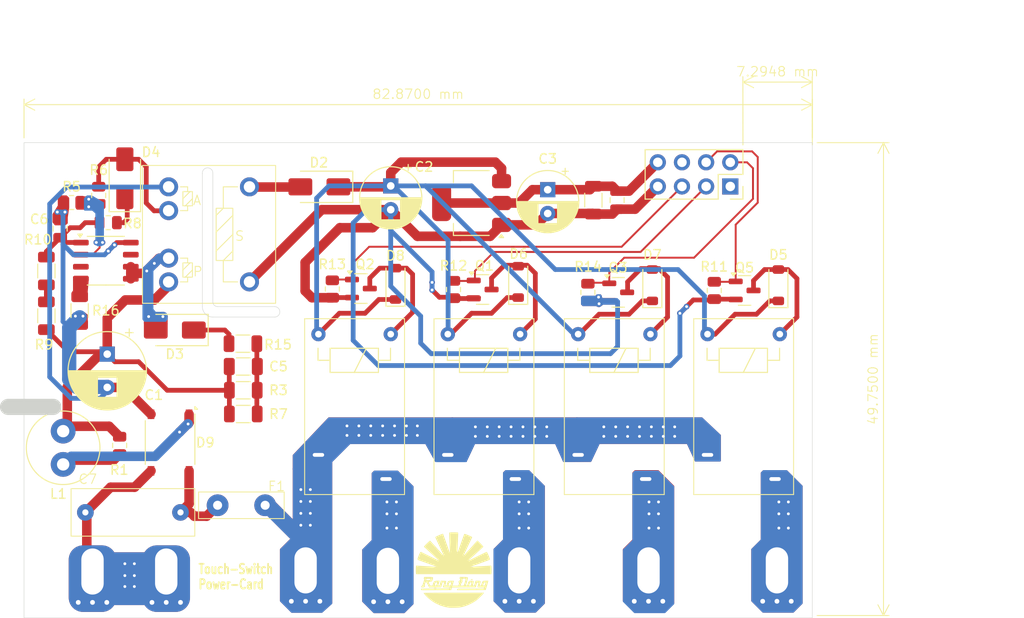
<source format=kicad_pcb>
(kicad_pcb (version 20240108) (generator "pcbnew") (generator_version "8.0")
  (layers (0 "F.Cu" signal) (31 "B.Cu" signal) (34 "B.Paste" user) (35 "F.Paste" user) (36 "B.SilkS" user "B.Silkscreen") (37 "F.SilkS" user "F.Silkscreen") (38 "B.Mask" user) (39 "F.Mask" user) (44 "Edge.Cuts" user))
  (net 0 "")
  (net 1 "GND")
  (net 2 "VCC_IC")
  (net 3 "Net-(C7-Pad1)")
  (net 4 "N")
  (net 5 "Net-(D9-+)")
  (net 6 "+5V")
  (net 7 "Sec")
  (net 8 "Net-(D3-K)")
  (net 9 "Prim")
  (net 10 "Net-(D4-K)")
  (net 11 "Aux")
  (net 12 "Net-(D5-A)")
  (net 13 "Net-(D6-A)")
  (net 14 "Net-(D7-A)")
  (net 15 "Net-(D8-A)")
  (net 16 "L")
  (net 18 "CT4")
  (net 19 "R1")
  (net 20 "R3")
  (net 21 "R4")
  (net 22 "R2")
  (net 23 "310VDC")
  (net 24 "CT3")
  (net 25 "GND2")
  (net 26 "CT2")
  (net 27 "CT1")
  (net 28 "+3.3V")
  (net 29 "Net-(C5-Pad2)")
  (net 30 "Net-(S713XS1-FB)")
  (net 31 "Net-(R10-Pad1)")
  (net 32 "Net-(S713XS1-CS)")
  (footprint "footprint:relay" (layer "F.Cu") (at 177.6 83.4 -90)
    (property "Reference" "K3" (hide yes))
    (property "Value" "Relay_SPST-NO" (hide yes))
  )
  (footprint "Package_SO:SOP-8_3.9x4.9mm_P1.27mm" (layer "F.Cu") (at 155.25 75.66875)
    (property "Reference" "S713XS1" (hide yes))
    (property "Value" "~")
  )
  (footprint "Package_TO_SOT_SMD:SOT-223-3_TabPin2" (layer "F.Cu") (at 193.7 69.6 180)
    (property "Reference" "U1" (hide yes))
    (property "Value" "SCJT1117B-3.3-A")
  )
  (footprint "Resistor_SMD:R_1206_3216Metric" (layer "F.Cu") (at 169.7 89.3)
    (property "Reference" "R3")
    (property "Value" "430K")
  )
  (footprint "footprint:power_connector" (layer "F.Cu") (at 153.85 108.36875)
    (property "Reference" "J7" (hide yes))
    (property "Value" "Conn_01x01_Pin")
  )
  (footprint "Diode_SMD:D_SMA" (layer "F.Cu") (at 157.25 67 90)
    (property "Reference" "D4")
    (property "Value" "D")
  )
  (footprint "Resistor_SMD:R_0805_2012Metric" (layer "F.Cu") (at 156.7 95.1 -90)
    (property "Reference" "R1")
    (property "Value" "5,6K")
  )
  (footprint "Resistor_SMD:R_0805_2012Metric" (layer "F.Cu") (at 191.8 78.7 -90)
    (property "Reference" "R12")
    (property "Value" "10K")
  )
  (footprint "Package_TO_SOT_SMD:SOT-23" (layer "F.Cu") (at 222.4 78.8)
    (property "Reference" "Q5")
    (property "Value" "MMBT3904")
  )
  (footprint "Package_TO_SOT_SMD:SOT-23" (layer "F.Cu") (at 194.8625 78.7)
    (property "Reference" "Q1")
    (property "Value" "MMBT3904")
  )
  (footprint "footprint:relay" (layer "F.Cu") (at 191.2 83.4 -90)
    (property "Reference" "K2" (hide yes))
    (property "Value" "Relay_SPST-NO" (hide yes))
  )
  (footprint "Capacitor_THT:CP_Radial_D6.3mm_P2.50mm" (layer "F.Cu") (at 201.7 68.2 -90)
    (property "Reference" "C3")
    (property "Value" "330µF - 10V")
  )
  (footprint "Resistor_SMD:R_1206_3216Metric" (layer "F.Cu") (at 169.6625 84.4 180)
    (property "Reference" "R15")
    (property "Value" "100")
  )
  (footprint "Inductor_THT:L_Radial_D7.5mm_P3.50mm_Fastron_07P" (layer "F.Cu") (at 150.763085 97.101296 90)
    (property "Reference" "L1")
    (property "Value" "3.0mH")
  )
  (footprint "footprint:power_connector" (layer "F.Cu") (at 225.8 108.25)
    (property "Reference" "J3" (hide yes))
    (property "Value" "Conn_01x01_Pin")
  )
  (footprint "Diode_SMD:D_SOD-123" (layer "F.Cu") (at 212.7 78.25 90)
    (property "Reference" "D7")
    (property "Value" "D")
  )
  (footprint "Capacitor_SMD:C_0805_2012Metric" (layer "F.Cu") (at 150.45 72.3 90)
    (property "Reference" "C6")
    (property "Value" "4,7µF - 25V")
  )
  (footprint "Resistor_SMD:R_0805_2012Metric" (layer "F.Cu") (at 205.925 79 -90)
    (property "Reference" "R14")
    (property "Value" "10K")
  )
  (footprint "Connector_PinSocket_2.54mm:PinSocket_2x04_P2.54mm_Vertical" (layer "F.Cu") (at 220.895183 67.85825 -90)
    (property "Reference" "J2" (hide yes))
    (property "Value" "Conn_02x04_Counter_Clockwise")
  )
  (footprint "footprint:power_connector" (layer "F.Cu") (at 161.6 108.36875)
    (property "Reference" "J8" (hide yes))
    (property "Value" "Conn_01x01_Pin")
  )
  (footprint "footprint:MKP-X2-100NR10310" (layer "F.Cu") (at 158.1 102.15 180)
    (property "Reference" "C7")
    (property "Value" "100nF - 400V")
  )
  (footprint "Resistor_SMD:R_0805_2012Metric" (layer "F.Cu") (at 151.65 69.55 180)
    (property "Reference" "R5")
    (property "Value" " 3,9K")
  )
  (footprint "footprint:relay" (layer "F.Cu") (at 204.9 83.4 -90)
    (property "Reference" "K4" (hide yes))
    (property "Value" "Relay_SPST-NO" (hide yes))
  )
  (footprint "Package_TO_SOT_SMD:SOT-23" (layer "F.Cu") (at 209.1125 79)
    (property "Reference" "Q3")
    (property "Value" "MMBT3904")
  )
  (footprint "Package_TO_SOT_SMD:SOT-23" (layer "F.Cu") (at 182.0625 78.6)
    (property "Reference" "Q2")
    (property "Value" "MMBT3904")
  )
  (footprint "Resistor_SMD:R_0805_2012Metric" (layer "F.Cu") (at 179.0625 78.65 -90)
    (property "Reference" "R13")
    (property "Value" "10K")
  )
  (footprint "Capacitor_THT:CP_Radial_D8.0mm_P3.50mm" (layer "F.Cu") (at 155.4 85.5 -90)
    (property "Reference" "C1")
    (property "Value" "2,2µF - 400V")
  )
  (footprint "footprint:relay" (layer "F.Cu") (at 218.5 83.4 -90)
    (property "Reference" "K1" (hide yes))
    (property "Value" "Relay_SPST-NO" (hide yes))
  )
  (footprint "footprint:power_connector" (layer "F.Cu") (at 176.25 108.25)
    (property "Reference" "J1" (hide yes))
    (property "Value" "Conn_01x01_Pin")
  )
  (footprint "Resistor_SMD:R_0805_2012Metric" (layer "F.Cu") (at 219.2125 78.8 -90)
    (property "Reference" "R11")
    (property "Value" "10K")
  )
  (footprint "Diode_SMD:D_SMA" (layer "F.Cu") (at 162.5 82.9625 180)
    (property "Reference" "D3")
    (property "Value" "D")
  )
  (footprint "footprint:power_connector" (layer "F.Cu") (at 198.7 108.25)
    (property "Reference" "J5" (hide yes))
    (property "Value" "Conn_01x01_Pin")
  )
  (footprint "Resistor_SMD:R_1206_3216Metric" (layer "F.Cu") (at 206.5 69.3 -90)
    (property "Reference" "R2" (hide yes))
    (property "Value" "1K")
  )
  (footprint "Resistor_SMD:R_1206_3216Metric" (layer "F.Cu") (at 152.5 80.91875 -90)
    (property "Reference" "R16")
    (property "Value" "1,5R")
  )
  (footprint "footprint:fuse" (layer "F.Cu") (at 170 101.4 180)
    (property "Reference" "F1")
    (property "Value" "68R")
  )
  (footprint "Resistor_SMD:R_0805_2012Metric" (layer "F.Cu") (at 154.5 68.8 -90)
    (property "Reference" "R6")
    (property "Value" "24K")
  )
  (footprint "Capacitor_SMD:C_1206_3216Metric" (layer "F.Cu") (at 169.7 86.8)
    (property "Reference" "C5")
    (property "Value" "100pF - 400V")
  )
  (footprint "Resistor_SMD:R_1206_3216Metric" (layer "F.Cu") (at 149 81.4625 90)
    (property "Reference" "R9")
    (property "Value" "2M")
  )
  (footprint "Capacitor_THT:CP_Radial_D6.3mm_P2.50mm" (layer "F.Cu") (at 185.2 67.8 -90)
    (property "Reference" "C2")
    (property "Value" "470µF - 10V")
  )
  (footprint "Resistor_SMD:R_0805_2012Metric" (layer "F.Cu") (at 155.5 71.66875)
    (property "Reference" "R8")
    (property "Value" "100")
  )
  (footprint "Diode_SMD:Diode_Bridge_Diotec_ABS" (layer "F.Cu") (at 162 94.8 -90)
    (property "Reference" "D9")
    (property "Value" "DF08M")
  )
  (footprint "footprint:transformer" (layer "F.Cu") (at 166.1 72.9 90)
    (property "Reference" "T1" (hide yes))
    (property "Value" "Transformer_1P_2S" (hide yes))
  )
  (footprint "LOGO" (layer "F.Cu") (at 191.8 108.25)
    (property "Reference" "G***" (hide yes))
    (property "Value" "LOGO" (hide yes))
  )
  (footprint "Resistor_SMD:R_1206_3216Metric" (layer "F.Cu") (at 169.7 91.8)
    (property "Reference" "R7")
    (property "Value" "430K")
  )
  (footprint "footprint:power_connector" (layer "F.Cu") (at 184.9 108.3)
    (property "Reference" "J6" (hide yes))
    (property "Value" "Conn_01x01_Pin")
  )
  (footprint "Diode_SMD:D_SOD-123" (layer "F.Cu") (at 198.6 77.9 90)
    (property "Reference" "D6")
    (property "Value" "D")
  )
  (footprint "Resistor_SMD:R_1206_3216Metric" (layer "F.Cu") (at 149 76.75 90)
    (property "Reference" "R10")
    (property "Value" "2M")
  )
  (footprint "Diode_SMD:D_SMA" (layer "F.Cu") (at 177.7 67.9 180)
    (property "Reference" "D2")
    (property "Value" "D")
  )
  (footprint "footprint:power_connector" (layer "F.Cu") (at 212.3 108.25)
    (property "Reference" "J4" (hide yes))
    (property "Value" "Conn_01x01_Pin")
  )
  (footprint "Capacitor_SMD:C_0805_2012Metric" (layer "F.Cu") (at 209 69.3 -90)
    (property "Reference" "C4" (hide yes))
    (property "Value" "100nF - 10V")
  )
  (footprint "Diode_SMD:D_SOD-123" (layer "F.Cu") (at 225.95 78.25 90)
    (property "Reference" "D5")
    (property "Value" "D")
  )
  (footprint "Diode_SMD:D_SOD-123" (layer "F.Cu") (at 185.7 78.1 90)
    (property "Reference" "D8")
    (property "Value" "D")
  )
  (gr_poly (pts (xy 193.1 96.741104) (xy 193.991104 94.85) (xy 202.55 94.85) (xy 203.396856 96.736924) (xy 206.091104 96.7) (xy 206.191104 96.6) (xy 206.191104 93.65) (xy 204.791104 92.25) (xy 191.65 92.25) (xy 189.575054 94.86605) (xy 190.3 96.741104)) (stroke (width 0.2)) (fill solid) (layer "F.Cu") (net 16))
  (gr_poly (pts (xy 178.958896 96.791104) (xy 180.9 94.85) (xy 188.9 94.85) (xy 189.95 96.75) (xy 193.1 96.75) (xy 193.1 96.7) (xy 193.1 93.65) (xy 191.7 92.25) (xy 178.7 92.25) (xy 175 96.15) (xy 175 97.605966)) (stroke (width 0.2)) (fill solid) (layer "F.Cu") (net 16))
  (gr_poly (pts (xy 151.75 82.05) (xy 153.25 82.05) (xy 153.25 81.6) (xy 153.25 81.4) (xy 153 81.2) (xy 151.95 81.2) (xy 151.75 81.4) (xy 151.75 81.6)) (stroke (width 0.2)) (fill solid) (layer "F.Cu") (net 1))
  (gr_poly (pts (xy 224.4 97.8) (xy 226.8 97.8) (xy 228.4 99.4) (xy 228.4 111.7) (xy 227.5 112.6) (xy 224.35 112.6) (xy 223.2 111.45) (xy 223.2 106.05) (xy 224.2 105.05) (xy 224.2 98)) (stroke (width 0.2)) (fill solid) (layer "F.Cu") (net 19))
  (gr_poly (pts (xy 176.35 95.35) (xy 178.95 95.35) (xy 178.95 101.5) (xy 178.95 111.7) (xy 177.95 112.6) (xy 174.8 112.6) (xy 173.65 111.45) (xy 173.65 106.05) (xy 175 104.7) (xy 175 97.55)) (stroke (width 0.2)) (fill solid) (layer "F.Cu") (net 16))
  (gr_poly (pts (xy 171 101.15) (xy 171.1 101.8) (xy 171.6 102.35) (xy 172.25804 102.40804) (xy 174.7 104.85) (xy 175.55 104) (xy 175.55 103.65) (xy 173.3 101.4) (xy 173.05 101.15) (xy 172.75 100.8) (xy 172.35 100.45) (xy 171.7 100.5)) (stroke (width 0.2)) (fill solid) (layer "F.Cu") (net 16))
  (gr_poly (pts (xy 210.9 97.8) (xy 213.3 97.8) (xy 214.9 99.4) (xy 214.9 111.7) (xy 214 112.6) (xy 210.85 112.6) (xy 209.7 111.45) (xy 209.7 106.05) (xy 210.7 105.05) (xy 210.7 98)) (stroke (width 0.2)) (fill solid) (layer "F.Cu") (net 22))
  (gr_poly (pts (xy 152.45 105.85) (xy 155.271509 105.828491) (xy 155.85 106.45) (xy 159.35 106.45) (xy 160.063304 105.863304) (xy 162.8 105.8) (xy 163.8 106.75) (xy 163.8 111.6) (xy 163.1 112.4) (xy 162.8 112.4) (xy 162.43688 112.43688) (xy 160.204915 112.345085) (xy 159.35 111.8) (xy 155.7 111.8) (xy 155.098117 112.401883) (xy 152.426681 112.426681) (xy 151.75 111.75) (xy 151.75 106.35)) (stroke (width 0.2)) (fill solid) (layer "F.Cu") (net 4))
  (gr_poly (pts (xy 183.5 97.85) (xy 185.9 97.85) (xy 187.5 99.45) (xy 187.5 111.75) (xy 186.6 112.65) (xy 183.45 112.65) (xy 182.3 111.5) (xy 182.3 106.1) (xy 183.3 105.1) (xy 183.3 98.05)) (stroke (width 0.2)) (fill solid) (layer "F.Cu") (net 21))
  (gr_poly (pts (xy 150.5 68.9) (xy 151.1 68.9) (xy 151.3 69.1) (xy 151.3 70.1) (xy 151.15 71.1) (xy 151.15 71.7) (xy 150.95 71.85) (xy 149.95 71.85) (xy 149.75 71.6) (xy 149.75 70.8) (xy 150.3 69.9) (xy 150.3 69.1)) (stroke (width 0.2)) (fill solid) (layer "F.Cu") (net 1))
  (gr_poly (pts (xy 197.3 97.8) (xy 199.7 97.8) (xy 201.3 99.4) (xy 201.3 111.7) (xy 200.4 112.6) (xy 197.25 112.6) (xy 196.1 111.45) (xy 196.1 106.05) (xy 197.1 105.05) (xy 197.1 98)) (stroke (width 0.2)) (fill solid) (layer "F.Cu") (net 20))
  (gr_poly (pts (xy 152.25 68.9) (xy 152.1 69.05) (xy 152.1 70.15) (xy 152.2 70.3) (xy 155 70.3) (xy 155.2 70.1) (xy 155.2 69.3) (xy 155.1 69.2) (xy 153.9 69.2) (xy 153.6 68.9)) (fill solid) (layer "F.Cu") (net 30))
  (gr_poly (pts (xy 151.8 77.35) (xy 151.8 78.8) (xy 151.65 79.05) (xy 151.65 79.8) (xy 151.8 80) (xy 153.15 80) (xy 153.35 79.85) (xy 153.35 79.1) (xy 153.35 78.9) (xy 153.45 77.75) (xy 153.45 77.4) (xy 153.35 77.25) (xy 151.95 77.25)) (fill solid) (layer "F.Cu") (net 32))
  (gr_poly (pts (xy 205.4 79.4) (xy 206.75 79.4) (xy 206.9 79.25) (xy 207.25 79.25) (xy 207.35 79.4) (xy 207.35 79.55) (xy 207.5 79.65) (xy 208.8 79.65) (xy 208.9 79.75) (xy 208.9 80.2) (xy 208.85 80.25) (xy 207.5 80.25) (xy 207.25 80.45) (xy 207.15 80.5) (xy 207 80.5) (xy 206.8 80.4) (xy 206.45 80.4) (xy 205.4 80.4) (xy 205.25 80.25) (xy 205.25 79.55)) (stroke (width 0.1)) (fill solid) (layer "F.Cu") (net 25))
  (gr_poly (pts (xy 206.2 96.741104) (xy 207.091104 94.85) (xy 216.4 94.85) (xy 217.25 96.7) (xy 219.8 96.7) (xy 219.8 96.2) (xy 219.8 94.05) (xy 217.891104 92.25) (xy 204.75 92.25) (xy 202.675054 94.86605) (xy 203.4 96.741104)) (stroke (width 0.2)) (fill solid) (layer "F.Cu") (net 16))
  (gr_poly (pts (xy 152.5 105.85) (xy 155.321509 105.828491) (xy 155.9 106.45) (xy 159.4 106.45) (xy 160.113304 105.863304) (xy 162.85 105.8) (xy 163.85 106.75) (xy 163.85 111.6) (xy 163.15 112.4) (xy 162.85 112.4) (xy 162.48688 112.43688) (xy 160.254915 112.345085) (xy 159.4 111.8) (xy 155.75 111.8) (xy 155.148117 112.401883) (xy 152.476681 112.426681) (xy 151.8 111.75) (xy 151.8 106.35)) (stroke (width 0.2)) (fill solid) (layer "B.Cu") (net 4))
  (gr_poly (pts (xy 224.4 97.8) (xy 226.8 97.8) (xy 228.4 99.4) (xy 228.4 111.7) (xy 227.5 112.6) (xy 224.35 112.6) (xy 223.2 111.45) (xy 223.2 106.05) (xy 224.2 105.05) (xy 224.2 98)) (stroke (width 0.2)) (fill solid) (layer "B.Cu") (net 19))
  (gr_poly (pts (xy 210.9 97.85) (xy 213.3 97.85) (xy 214.9 99.45) (xy 214.9 111.75) (xy 214 112.65) (xy 210.85 112.65) (xy 209.7 111.5) (xy 209.7 106.1) (xy 210.7 105.1) (xy 210.7 98.05)) (stroke (width 0.2)) (fill solid) (layer "B.Cu") (net 22))
  (gr_poly (pts (xy 197.3 97.8) (xy 199.7 97.8) (xy 201.3 99.4) (xy 201.3 111.7) (xy 200.4 112.6) (xy 197.25 112.6) (xy 196.1 111.45) (xy 196.1 106.05) (xy 197.1 105.05) (xy 197.1 98)) (stroke (width 0.2)) (fill solid) (layer "B.Cu") (net 20))
  (gr_poly (pts (xy 153.05 70.3) (xy 153.85 70.3) (xy 154.25 70.65) (xy 154.25 73.95) (xy 154.4 74.05) (xy 154.75 74.05) (xy 154.95 73.95) (xy 154.95 69.6) (xy 153.75 68.9) (xy 153.3 68.9) (xy 153.05 69.15)) (stroke (width 0.2)) (fill solid) (layer "B.Cu") (net 30))
  (gr_poly (pts (xy 151.9 81.8) (xy 152.95 81.8) (xy 153.15 81.6) (xy 153.15 81.4) (xy 152.95 81.2) (xy 151.95 81.2) (xy 151.75 81.4) (xy 151.75 81.6)) (stroke (width 0.2)) (fill solid) (layer "B.Cu") (net 1))
  (gr_poly (pts (xy 206.203144 96.741104) (xy 207.094248 94.85) (xy 216.403144 94.85) (xy 217.253144 96.7) (xy 219.803144 96.7) (xy 219.803144 96.2) (xy 219.803144 94.05) (xy 217.894248 92.25) (xy 204.753144 92.25) (xy 202.678198 94.86605) (xy 203.403144 96.741104)) (stroke (width 0.2)) (fill solid) (layer "B.Cu") (net 16))
  (gr_poly (pts (xy 193.103144 96.75418) (xy 193.994248 94.863076) (xy 202.553144 94.863076) (xy 203.4 96.75) (xy 206.094248 96.713076) (xy 206.194248 96.613076) (xy 206.194248 93.663076) (xy 204.794248 92.263076) (xy 191.653144 92.263076) (xy 189.578198 94.879126) (xy 190.303144 96.75418)) (stroke (width 0.2)) (fill solid) (layer "B.Cu") (net 16))
  (gr_poly (pts (xy 178.96204 96.80418) (xy 180.903144 94.863076) (xy 188.903144 94.863076) (xy 189.953144 96.763076) (xy 193.103144 96.763076) (xy 192.8 96.713076) (xy 193.103144 93.663076) (xy 191.703144 92.263076) (xy 178.703144 92.263076) (xy 175.003524 96.159552) (xy 175.003144 97.619042)) (stroke (width 0.2)) (fill solid) (layer "B.Cu") (net 16))
  (gr_poly (pts (xy 176.353144 95.363076) (xy 178.953144 95.363076) (xy 178.953144 101.513076) (xy 178.953144 111.713076) (xy 177.953144 112.613076) (xy 174.803144 112.613076) (xy 173.653144 111.463076) (xy 173.653144 106.063076) (xy 175.003144 104.713076) (xy 175.003144 97.563076)) (stroke (width 0.2)) (fill solid) (layer "B.Cu") (net 16))
  (gr_poly (pts (xy 205.4 79.4) (xy 206.75 79.4) (xy 206.9 79.25) (xy 207.25 79.25) (xy 207.35 79.4) (xy 207.35 79.55) (xy 207.5 79.65) (xy 209 79.65) (xy 209.25 79.9) (xy 209.25 80.25) (xy 208.8 80.25) (xy 207.5 80.25) (xy 207.25 80.45) (xy 207.15 80.5) (xy 207 80.5) (xy 206.8 80.4) (xy 206.45 80.4) (xy 205.4 80.4) (xy 205.25 80.25) (xy 205.25 79.55)) (stroke (width 0.1)) (fill solid) (layer "B.Cu") (net 25))
  (gr_poly (pts (xy 161.55 82.1) (xy 161.75 81.85) (xy 161.75 81.45) (xy 161.6 81.15) (xy 161.3 81.05) (xy 160.5 81.05) (xy 160.25 80.75) (xy 160.25 76.7) (xy 160.85 76.1) (xy 160.8 75.6) (xy 160.5 75.35) (xy 160.1 75.45) (xy 159.1 76.45) (xy 159.1 81.85) (xy 159.3 82.1)) (fill solid) (layer "B.Cu") (net 9))
  (gr_poly (pts (xy 183.5 97.85) (xy 185.9 97.85) (xy 187.5 99.45) (xy 187.5 111.75) (xy 186.6 112.65) (xy 183.45 112.65) (xy 182.3 111.5) (xy 182.3 106.1) (xy 183.3 105.1) (xy 183.3 98.05)) (stroke (width 0.2)) (fill solid) (layer "B.Cu") (net 21))
  (gr_poly (pts (xy 171.003144 101.163076) (xy 171.103144 101.813076) (xy 171.603144 102.363076) (xy 172.261184 102.421116) (xy 174.703144 104.863076) (xy 175.553144 104.013076) (xy 175.553144 103.663076) (xy 173.303144 101.413076) (xy 173.053144 101.163076) (xy 172.753144 100.813076) (xy 172.353144 100.463076) (xy 171.703144 100.513076)) (stroke (width 0.2)) (fill solid) (layer "B.Cu") (net 16))
  (gr_arc (start 173 80.5) (mid 173.55 81.05) (end 173 81.6) (stroke (width 0.05)) (layer "Edge.Cuts"))
  (gr_line (start 144.975 91.05) (end 149.725 91.05) (stroke (width 1.7)) (layer "Edge.Cuts"))
  (gr_line (start 166.5 66.5) (end 166.5 80) (stroke (width 0.05)) (layer "Edge.Cuts"))
  (gr_line (start 165.4 66.5) (end 165.4 80.5) (stroke (width 0.05)) (layer "Edge.Cuts"))
  (gr_arc (start 165.4 66.5) (mid 165.95 65.897732) (end 166.5 66.5) (stroke (width 0.05)) (layer "Edge.Cuts"))
  (gr_line (start 167 80.5) (end 173 80.5) (stroke (width 0.05)) (layer "Edge.Cuts"))
  (gr_arc (start 167 80.5) (mid 166.646447 80.353553) (end 166.5 80) (stroke (width 0.05)) (layer "Edge.Cuts"))
  (gr_rect (start 146.65 63.25) (end 229.52 113.25) (stroke (width 0.05)) (fill none) (layer "Edge.Cuts"))
  (gr_arc (start 166.5 81.6) (mid 165.722183 81.277817) (end 165.4 80.5) (stroke (width 0.05)) (layer "Edge.Cuts"))
  (gr_line (start 173 81.6) (end 166.5 81.6) (stroke (width 0.05)) (layer "Edge.Cuts"))
  (gr_text "Touch-Switch\nPower-Card" (at 164.9 110.3 0) (layer "F.SilkS") (effects (font (size 1 0.75) (thickness 0.1875) (bold yes)) (justify left bottom)))
  (dimension (type aligned) (layer "F.SilkS") (pts (xy 229.52 63.25) (xy 229.52 113)) (height -7.48) (gr_text "49,7500 mm" (at 235.9 88.125 90) (layer "F.SilkS") (effects (font (size 1 1) (thickness 0.1)))) (format (prefix "") (suffix "") (units 3) (units_format 1) (precision 4)) (style (thickness 0.1) (arrow_length 1.27) (text_position_mode 0) (extension_height 0.58642) (extension_offset 0.5) keep_text_aligned))
  (dimension (type aligned) (layer "F.SilkS") (pts (xy 146.65 63.25) (xy 229.52 63.25)) (height -4) (gr_text "82,8700 mm" (at 188.085 58.15 0) (layer "F.SilkS") (effects (font (size 1 1) (thickness 0.1)))) (format (prefix "") (suffix "") (units 3) (units_format 1) (precision 4)) (style (thickness 0.1) (arrow_length 1.27) (text_position_mode 0) (extension_height 0.58642) (extension_offset 0.5) keep_text_aligned))
  (dimension (type aligned) (layer "F.SilkS") (pts (xy 222.225183 63.98825) (xy 229.52 63.98)) (height -7.104325) (gr_text "7,2948 mm" (at 225.863313 55.779806 0.06479804972) (layer "F.SilkS") (effects (font (size 1 1) (thickness 0.1)))) (format (prefix "") (suffix "") (units 3) (units_format 1) (precision 4)) (style (thickness 0.1) (arrow_length 1.27) (text_position_mode 0) (extension_height 0.58642) (extension_offset 0.5) keep_text_aligned))
  (segment (start 150.7 69.8) (end 150.7 71.2125) (width 0.5) (layer "F.Cu") (net 1))
  (segment (start 156.156875 74.006875) (end 156.4 73.76375) (width 0.5) (layer "F.Cu") (net 1))
  (segment (start 152.45 81.5) (end 152.5 81.55) (width 0.5) (layer "F.Cu") (net 1))
  (segment (start 155.4 89) (end 157.175 89) (width 1) (layer "F.Cu") (net 1))
  (segment (start 152.5 81.55) (end 152.5 82.38125) (width 0.5) (layer "F.Cu") (net 1))
  (segment (start 155.525 74.625) (end 156.175 73.975) (width 0.5) (layer "F.Cu") (net 1))
  (segment (start 152.45 81.5) (end 152.85 81.5) (width 0.5) (layer "F.Cu") (net 1))
  (segment (start 152.05 81.5) (end 152.45 81.5) (width 0.5) (layer "F.Cu") (net 1))
  (segment (start 152.4 82.45) (end 152.5 82.38125) (width 0.5) (layer "F.Cu") (net 1))
  (segment (start 156.4 73.76375) (end 157.875 73.76375) (width 0.5) (layer "F.Cu") (net 1))
  (segment (start 150.15 70.55) (end 150.95 70.55) (width 0.5) (layer "F.Cu") (net 1))
  (segment (start 157.175 89) (end 160 91.825) (width 1) (layer "F.Cu") (net 1))
  (segment (start 150.75 71.05) (end 150.45 71.35) (width 0.2) (layer "F.Cu") (net 1))
  (via (at 152.05 81.5) (size 0.6) (drill 0.3) (layers "F.Cu" "B.Cu") (net 1))
  (via (at 152.85 81.5) (size 0.6) (drill 0.3) (layers "F.Cu" "B.Cu") (net 1))
  (via (at 150.95 70.55) (size 0.6) (drill 0.3) (layers "F.Cu" "B.Cu") (net 1))
  (via (at 150.15 70.55) (size 0.6) (drill 0.3) (layers "F.Cu" "B.Cu") (net 1))
  (via (at 155.506875 74.656875) (size 0.6) (drill 0.3) (layers "F.Cu" "B.Cu") (net 1))
  (via (at 156.156875 74.006875) (size 0.6) (drill 0.3) (layers "F.Cu" "B.Cu") (net 1))
  (segment (start 150.75 70.8) (end 150.75 73.95) (width 0.5) (layer "B.Cu") (net 1))
  (segment (start 154.65 90.15) (end 155.35 89.45) (width 0.5) (layer "B.Cu") (net 1))
  (segment (start 150.75 82.075) (end 151.4 82.725) (width 0.5) (layer "B.Cu") (net 1))
  (segment (start 151.4 82.725) (end 151.4 88.15) (width 1.5) (layer "B.Cu") (net 1))
  (segment (start 155.35 88.95) (end 155.4 89) (width 0.5) (layer "B.Cu") (net 1))
  (segment (start 151.6 90.15) (end 154.65 90.15) (width 0.5) (layer "B.Cu") (net 1))
  (segment (start 151.85 75.05) (end 150.75 73.95) (width 0.5) (layer "B.Cu") (net 1))
  (segment (start 155.506875 74.656875) (end 156.156875 74.006875) (width 0.5) (layer "B.Cu") (net 1))
  (segment (start 151.4 88.15) (end 152.2 88.95) (width 1.5) (layer "B.Cu") (net 1))
  (segment (start 162 67.91875) (end 151.13125 67.91875) (width 0.5) (layer "B.Cu") (net 1))
  (segment (start 155.35 89.45) (end 155.35 88.95) (width 0.5) (layer "B.Cu") (net 1))
  (segment (start 150.75 73.95) (end 150.75 82.075) (width 0.5) (layer "B.Cu") (net 1))
  (segment (start 152.5 81.625) (end 151.4 82.725) (width 1.5) (layer "B.Cu") (net 1))
  (segment (start 150.15 70.55) (end 150.95 70.55) (width 0.5) (layer "B.Cu") (net 1))
  (segment (start 151.13125 67.91875) (end 149.35 69.7) (width 0.5) (layer "B.Cu") (net 1))
  (segment (start 155.506875 74.656875) (end 155.11375 75.05) (width 0.5) (layer "B.Cu") (net 1))
  (segment (start 155.11375 75.05) (end 151.85 75.05) (width 0.5) (layer "B.Cu") (net 1))
  (segment (start 149.35 69.7) (end 149.35 87.9) (width 0.5) (layer "B.Cu") (net 1))
  (segment (start 152.2 88.95) (end 155.35 88.95) (width 1.5) (layer "B.Cu") (net 1))
  (segment (start 150.5 70.55) (end 150.75 70.8) (width 0.5) (layer "B.Cu") (net 1))
  (segment (start 149.35 87.9) (end 151.6 90.15) (width 0.5) (layer "B.Cu") (net 1))
  (segment (start 151.5 72.2) (end 152.55 72.2) (width 0.5) (layer "F.Cu") (net 2))
  (segment (start 150.45 73.25) (end 149 74.7) (width 0.5) (layer "F.Cu") (net 2))
  (segment (start 150.45 73.25) (end 150.95 73.75) (width 0.5) (layer "F.Cu") (net 2))
  (segment (start 149 74.7) (end 149 75.2875) (width 0.5) (layer "F.Cu") (net 2))
  (segment (start 150.95 73.75) (end 152.61125 73.75) (width 0.5) (layer "F.Cu") (net 2))
  (segment (start 152.61125 73.75) (end 152.625 73.76375) (width 0.5) (layer "F.Cu") (net 2))
  (segment (start 153.08125 71.66875) (end 154.5875 71.66875) (width 0.5) (layer "F.Cu") (net 2))
  (segment (start 150.45 73.25) (end 151.5 72.2) (width 0.5) (layer "F.Cu") (net 2))
  (segment (start 152.55 72.2) (end 153.08125 71.66875) (width 0.5) (layer "F.Cu") (net 2))
  (segment (start 164.15 102.15) (end 163.1 102.15) (width 1) (layer "F.Cu") (net 3))
  (segment (start 164 101.25) (end 164 97.775) (width 1) (layer "F.Cu") (net 3))
  (segment (start 164.55 102.55) (end 164.15 102.15) (width 1) (layer "F.Cu") (net 3))
  (segment (start 163.1 102.15) (end 164 101.25) (width 1) (layer "F.Cu") (net 3))
  (segment (start 165.85 102.55) (end 164.55 102.55) (width 1) (layer "F.Cu") (net 3))
  (segment (start 167 101.4) (end 165.85 102.55) (width 1) (layer "F.Cu") (net 3))
  (segment (start 153.25 102.3) (end 153.25 107.76875) (width 1) (layer "F.Cu") (net 4))
  (segment (start 153.1 102.15) (end 155.75 99.5) (width 1) (layer "F.Cu") (net 4))
  (segment (start 155.75 99.5) (end 158.275 99.5) (width 1) (layer "F.Cu") (net 4))
  (segment (start 158.275 99.5) (end 160 97.775) (width 1) (layer "F.Cu") (net 4))
  (segment (start 153.25 107.76875) (end 153.85 108.36875) (width 1) (layer "F.Cu") (net 4))
  (segment (start 153.1 102.15) (end 153.25 102.3) (width 1) (layer "F.Cu") (net 4))
  (via (at 157.25 107.55) (size 0.6) (drill 0.3) (layers "F.Cu" "B.Cu") (net 4))
  (via (at 158.25 109.95) (size 0.6) (drill 0.3) (layers "F.Cu" "B.Cu") (net 4))
  (via (at 157.25 108.8) (size 0.6) (drill 0.3) (layers "F.Cu" "B.Cu") (net 4))
  (via (at 158.25 108.8) (size 0.6) (drill 0.3) (layers "F.Cu" "B.Cu") (net 4))
  (via (at 158.25 107.55) (size 0.6) (drill 0.3) (layers "F.Cu" "B.Cu") (net 4))
  (via (at 157.25 109.95) (size 0.6) (drill 0.3) (layers "F.Cu" "B.Cu") (net 4))
  (segment (start 164 92.7) (end 164 91.825) (width 1) (layer "F.Cu") (net 5))
  (segment (start 163.9 92.85) (end 163.9 92.8) (width 1) (layer "F.Cu") (net 5))
  (segment (start 163.85 92.85) (end 163.9 92.85) (width 1) (layer "F.Cu") (net 5))
  (segment (start 156.0625 96.65) (end 151.214381 96.65) (width 1) (layer "F.Cu") (net 5))
  (segment (start 163.9 92.8) (end 164 92.7) (width 1) (layer "F.Cu") (net 5))
  (segment (start 151.214381 96.65) (end 150.763085 97.101296) (width 1) (layer "F.Cu") (net 5))
  (segment (start 156.7 96.0125) (end 156.0625 96.65) (width 1) (layer "F.Cu") (net 5))
  (segment (start 163 93.7) (end 163.85 92.85) (width 1) (layer "F.Cu") (net 5))
  (via (at 163.9 92.85) (size 1) (drill 0.3) (layers "F.Cu" "B.Cu") (net 5))
  (via (at 163 93.7) (size 1) (drill 0.3) (layers "F.Cu" "B.Cu") (net 5))
  (segment (start 160.45 96.25) (end 151.614381 96.25) (width 1) (layer "B.Cu") (net 5))
  (segment (start 163 93.7) (end 160.45 96.25) (width 1) (layer "B.Cu") (net 5))
  (segment (start 151.614381 96.25) (end 150.763085 97.101296) (width 1) (layer "B.Cu") (net 5))
  (segment (start 163.025 93.675) (end 163.875 92.825) (width 1) (layer "B.Cu") (net 5))
  (segment (start 212.6 79.9) (end 211.65 79.9) (width 0.5) (layer "F.Cu") (net 6))
  (segment (start 193.69875 81.2) (end 191.49875 83.4) (width 0.5) (layer "F.Cu") (net 6))
  (segment (start 212.7 79.8) (end 212.6 79.9) (width 0.5) (layer "F.Cu") (net 6))
  (segment (start 207.09875 81.3) (end 204.99875 83.4) (width 0.5) (layer "F.Cu") (net 6))
  (segment (start 204.99875 83.4) (end 204.9 83.4) (width 0.5) (layer "F.Cu") (net 6))
  (segment (start 185.7 79.75) (end 183.95 79.75) (width 0.5) (layer "F.Cu") (net 6))
  (segment (start 211.65 79.9) (end 210.25 81.3) (width 0.5) (layer "F.Cu") (net 6))
  (segment (start 185.2 66.4) (end 186.3 65.3) (width 1) (layer "F.Cu") (net 6))
  (segment (start 219.3 83.4) (end 218.44875 83.4) (width 0.5) (layer "F.Cu") (net 6))
  (segment (start 225.95 79.9) (end 225.05 79.9) (width 0.5) (layer "F.Cu") (net 6))
  (segment (start 198.6 79.55) (end 197.45 79.55) (width 0.5) (layer "F.Cu") (net 6))
  (segment (start 183.95 79.75) (end 182.5 81.2) (width 0.5) (layer "F.Cu") (net 6))
  (segment (start 197.45 79.55) (end 195.8 81.2) (width 0.5) (layer "F.Cu") (net 6))
  (segment (start 225.05 79.9) (end 223.65 81.3) (width 0.5) (layer "F.Cu") (net 6))
  (segment (start 223.65 81.3) (end 221.4 81.3) (width 0.5) (layer "F.Cu") (net 6))
  (segment (start 182.5 81.2) (end 179.8 81.2) (width 0.5) (layer "F.Cu") (net 6))
  (segment (start 210.25 81.3) (end 207.09875 81.3) (width 0.5) (layer "F.Cu") (net 6))
  (segment (start 186.3 65.3) (end 196.2 65.3) (width 1) (layer "F.Cu") (net 6))
  (segment (start 196.2 65.3) (end 196.85 65.95) (width 1) (layer "F.Cu") (net 6))
  (segment (start 195.8 81.2) (end 193.69875 81.2) (width 0.5) (layer "F.Cu") (net 6))
  (segment (start 179.7 67.9) (end 185.1 67.9) (width 1) (layer "F.Cu") (net 6))
  (segment (start 191.49875 83.4) (end 191.2 83.4) (width 0.5) (layer "F.Cu") (net 6))
  (segment (start 179.8 81.2) (end 177.6 83.4) (width 0.5) (layer "F.Cu") (net 6))
  (segment (start 185.2 67.8) (end 185.2 66.4) (width 1) (layer "F.Cu") (net 6))
  (segment (start 196.85 65.95) (end 196.85 67.3) (width 1) (layer "F.Cu") (net 6))
  (segment (start 221.4 81.3) (end 219.3 83.4) (width 0.5) (layer "F.Cu") (net 6))
  (segment (start 185.1 67.9) (end 185.2 67.8) (width 1) (layer "F.Cu") (net 6))
  (segment (start 185.5 67.8) (end 185.2 67.8) (width 0.5) (layer "B.Cu") (net 6))
  (segment (start 178.7 67.8) (end 185.2 67.8) (width 0.5) (layer "B.Cu") (net 6))
  (segment (start 193.7 67.8) (end 202.5 76.6) (width 0.5) (layer "B.Cu") (net 6))
  (segment (start 215.4 76.6) (end 218.18 79.38) (width 0.5) (layer "B.Cu") (net 6))
  (segment (start 177.41 69.09) (end 178.7 67.8) (width 0.5) (layer "B.Cu") (net 6))
  (segment (start 177.6 83.4) (end 177.41 83.21) (width 0.5) (layer "B.Cu") (net 6))
  (segment (start 191.23 73.53) (end 185.5 67.8) (width 0.5) (layer "B.Cu") (net 6))
  (segment (start 204.9 83.4) (end 204.46125 83.4) (width 0.5) (layer "B.Cu") (net 6))
  (segment (start 191.23 83.37) (end 191.23 73.53) (width 0.5) (layer "B.Cu") (net 6))
  (segment (start 204.46125 83.4) (end 188.86125 67.8) (width 0.5) (layer "B.Cu") (net 6))
  (segment (start 218.18 79.38) (end 218.18 83.08) (width 0.5) (layer "B.Cu") (net 6))
  (segment (start 188.86125 67.8) (end 193.7 67.8) (width 0.5) (layer "B.Cu") (net 6))
  (segment (start 191.2 83.4) (end 191.23 83.37) (width 0.5) (layer "B.Cu") (net 6))
  (segment (start 185.2 67.8) (end 185 68) (width 0.5) (layer "B.Cu") (net 6))
  (segment (start 202.5 76.6) (end 215.4 76.6) (width 0.5) (layer "B.Cu") (net 6))
  (segment (start 177.41 83.21) (end 177.41 69.09) (width 0.5) (layer "B.Cu") (net 6))
  (segment (start 177.6 83.3) (end 177.6 83.4) (width 0.5) (layer "B.Cu") (net 6))
  (segment (start 188.86125 67.8) (end 185.2 67.8) (width 0.5) (layer "B.Cu") (net 6))
  (segment (start 218.18 83.08) (end 218.5 83.4) (width 0.5) (layer "B.Cu") (net 6))
  (segment (start 170.5 67.91875) (end 175.48125 67.91875) (width 1) (layer "F.Cu") (net 7))
  (segment (start 164.5375 83) (end 164.5 82.9625) (width 0.5) (layer "F.Cu") (net 8))
  (segment (start 164.5 82.9625) (end 167.7625 82.9625) (width 0.5) (layer "F.Cu") (net 8))
  (segment (start 168.2 83.4) (end 168.2 84.4) (width 0.5) (layer "F.Cu") (net 8))
  (segment (start 167.7625 82.9625) (end 168.2 83.4) (width 0.5) (layer "F.Cu") (net 8))
  (segment (start 160.35 75.9) (end 160.35 75.95) (width 1) (layer "F.Cu") (net 9))
  (segment (start 159.5 76.75) (end 159.25 77) (width 1) (layer "F.Cu") (net 9))
  (segment (start 159.55 76.75) (end 159.5 76.75) (width 1) (layer "F.Cu") (net 9))
  (segment (start 159.55 76.7) (end 159.55 76.75) (width 1) (layer "F.Cu") (net 9))
  (segment (start 160.35 75.95) (end 160.3 75.95) (width 1) (layer "F.Cu") (net 9))
  (segment (start 160.3 75.95) (end 159.55 76.7) (width 1) (layer "F.Cu") (net 9))
  (segment (start 159.75 81.55) (end 159.75 82.2125) (width 1) (layer "F.Cu") (net 9))
  (segment (start 162 75.41875) (end 160.83125 75.41875) (width 1) (layer "F.Cu") (net 9))
  (segment (start 157.875 76.30375) (end 157.875 77.57375) (width 1) (layer "F.Cu") (net 9))
  (segment (start 159.75 82.2125) (end 160.5 82.9625) (width 1) (layer "F.Cu") (net 9))
  (segment (start 161.25 82.247629) (end 161.25 81.55) (width 1) (layer "F.Cu") (net 9))
  (segment (start 160.83125 75.41875) (end 160.35 75.9) (width 1) (layer "F.Cu") (net 9))
  (segment (start 159.25 77) (end 157.875 77) (width 1) (layer "F.Cu") (net 9))
  (via (at 160.35 75.95) (size 0.6) (drill 0.3) (layers "F.Cu" "B.Cu") (net 9))
  (via (at 159.75 81.55) (size 1) (drill 0.3) (layers "F.Cu" "B.Cu") (net 9))
  (via (at 159.55 76.75) (size 0.6) (drill 0.3) (layers "F.Cu" "B.Cu") (net 9))
  (via (at 161.25 81.55) (size 1) (drill 0.3) (layers "F.Cu" "B.Cu") (net 9))
  (segment (start 160.88125 75.41875) (end 162 75.41875) (width 1) (layer "B.Cu") (net 9))
  (segment (start 159.55 76.75) (end 160.88125 75.41875) (width 1) (layer "B.Cu") (net 9))
  (segment (start 156.4125 71.66875) (end 157.13125 71.66875) (width 0.5) (layer "F.Cu") (net 10))
  (segment (start 157.5 69.25) (end 157.25 69) (width 0.5) (layer "F.Cu") (net 10))
  (segment (start 157.13125 71.66875) (end 157.5 71.3) (width 0.5) (layer "F.Cu") (net 10))
  (segment (start 157.5 71.3) (end 157.5 69.25) (width 0.5) (layer "F.Cu") (net 10))
  (segment (start 155.3 65) (end 154.5 65.8) (width 0.5) (layer "F.Cu") (net 11))
  (segment (start 158.7 65) (end 159.5 65.8) (width 0.5) (layer "F.Cu") (net 11))
  (segment (start 160.31875 70.41875) (end 162 70.41875) (width 0.5) (layer "F.Cu") (net 11))
  (segment (start 157.25 65) (end 158.7 65) (width 0.5) (layer "F.Cu") (net 11))
  (segment (start 159.5 65.8) (end 159.5 69.6) (width 0.5) (layer "F.Cu") (net 11))
  (segment (start 157.25 65) (end 155.3 65) (width 0.5) (layer "F.Cu") (net 11))
  (segment (start 154.5 65.8) (end 154.5 67.8875) (width 0.5) (layer "F.Cu") (net 11))
  (segment (start 159.5 69.6) (end 160.31875 70.41875) (width 0.5) (layer "F.Cu") (net 11))
  (segment (start 225.95 76.6) (end 224.5 76.6) (width 0.5) (layer "F.Cu") (net 12))
  (segment (start 224.5 76.6) (end 223.3375 77.7625) (width 0.5) (layer "F.Cu") (net 12))
  (segment (start 225.95 76.6) (end 226.95 76.6) (width 0.5) (layer "F.Cu") (net 12))
  (segment (start 227.9 77.55) (end 227.9 81.6) (width 0.5) (layer "F.Cu") (net 12))
  (segment (start 227.9 81.6) (end 226.1 83.4) (width 0.5) (layer "F.Cu") (net 12))
  (segment (start 226.95 76.6) (end 227.9 77.55) (width 0.5) (layer "F.Cu") (net 12))
  (segment (start 223.3375 77.7625) (end 223.3375 78.8) (width 0.5) (layer "F.Cu") (net 12))
  (segment (start 199.55 76.15) (end 200.4 77) (width 0.5) (layer "F.Cu") (net 13))
  (segment (start 195.8 77.5) (end 197.15 76.15) (width 0.5) (layer "F.Cu") (net 13))
  (segment (start 195.8 78.7) (end 195.8 77.5) (width 0.5) (layer "F.Cu") (net 13))
  (segment (start 197.15 76.15) (end 199.55 76.15) (width 0.5) (layer "F.Cu") (net 13))
  (segment (start 200.4 77) (end 200.4 81.8) (width 0.5) (layer "F.Cu") (net 13))
  (segment (start 200.4 81.8) (end 198.8 83.4) (width 0.5) (layer "F.Cu") (net 13))
  (segment (start 210.1 78.85) (end 210.1 77.9) (width 0.5) (layer "F.Cu") (net 14))
  (segment (start 214.3 77.4) (end 214.3 81.6) (width 0.5) (layer "F.Cu") (net 14))
  (segment (start 210.05 78.9) (end 210.1 78.85) (width 0.5) (layer "F.Cu") (net 14))
  (segment (start 213.4 76.5) (end 214.3 77.4) (width 0.5) (layer "F.Cu") (net 14))
  (segment (start 210.1 77.9) (end 211.5 76.5) (width 0.5) (layer "F.Cu") (net 14))
  (segment (start 214.3 81.6) (end 212.5 83.4) (width 0.5) (layer "F.Cu") (net 14))
  (segment (start 211.5 76.5) (end 213.4 76.5) (width 0.5) (layer "F.Cu") (net 14))
  (segment (start 187.5 77.1) (end 187.5 81.1) (width 0.5) (layer "F.Cu") (net 15))
  (segment (start 183 77.5) (end 183 78.6) (width 0.5) (layer "F.Cu") (net 15))
  (segment (start 185.2 83.4) (end 185.2 83.3) (width 0.5) (layer "F.Cu") (net 15))
  (segment (start 185.7 76.45) (end 184.05 76.45) (width 0.5) (layer "F.Cu") (net 15))
  (segment (start 187.5 81.1) (end 185.2 83.4) (width 0.5) (layer "F.Cu") (net 15))
  (segment (start 184.05 76.45) (end 183 77.5) (width 0.5) (layer "F.Cu") (net 15))
  (segment (start 186.85 76.45) (end 187.5 77.1) (width 0.5) (layer "F.Cu") (net 15))
  (segment (start 185.7 76.45) (end 186.85 76.45) (width 0.5) (layer "F.Cu") (net 15))
  (via (at 185.6 94.05) (size 0.6) (drill 0.3) (layers "F.Cu" "B.Cu") (net 16))
  (via (at 175.75 101) (size 0.6) (drill 0.3) (layers "F.Cu" "B.Cu") (net 16))
  (via (at 176.75 103.5) (size 0.6) (drill 0.3) (layers "F.Cu" "B.Cu") (net 16))
  (via (at 180.6 94.05) (size 0.6) (drill 0.3) (layers "F.Cu" "B.Cu") (net 16))
  (via (at 183.1 94.05) (size 0.6) (drill 0.3) (layers "F.Cu" "B.Cu") (net 16))
  (via (at 211.35 94.15) (size 0.6) (drill 0.3) (layers "F.Cu" "B.Cu") (net 16))
  (via (at 207.6 93.15) (size 0.6) (drill 0.3) (layers "F.Cu" "B.Cu") (net 16))
  (via (at 175.75 99.75) (size 0.6) (drill 0.3) (layers "F.Cu" "B.Cu") (net 16))
  (via (at 185.6 93.05) (size 0.6) (drill 0.3) (layers "F.Cu" "B.Cu") (net 16))
  (via (at 184.35 93.05) (size 0.6) (drill 0.3) (layers "F.Cu" "B.Cu") (net 16))
  (via (at 176.75 99.75) (size 0.6) (drill 0.3) (layers "F.Cu" "B.Cu") (net 16))
  (via (at 213.85 93.15) (size 0.6) (drill 0.3) (layers "F.Cu" "B.Cu") (net 16))
  (via (at 196.6 94.15) (size 0.6) (drill 0.3) (layers "F.Cu" "B.Cu") (net 16))
  (via (at 188 93.05) (size 0.6) (drill 0.3) (layers "F.Cu" "B.Cu") (net 16))
  (via (at 213.85 94.15) (size 0.6) (drill 0.3) (layers "F.Cu" "B.Cu") (net 16))
  (via (at 215.05 93.15) (size 0.6) (drill 0.3) (layers "F.Cu" "B.Cu") (net 16))
  (via (at 176.75 101) (size 0.6) (drill 0.3) (layers "F.Cu" "B.Cu") (net 16))
  (via (at 176.75 102.25) (size 0.6) (drill 0.3) (layers "F.Cu" "B.Cu") (net 16))
  (via (at 175.75 103.5) (size 0.6) (drill 0.3) (layers "F.Cu" "B.Cu") (net 16))
  (via (at 208.85 93.15) (size 0.6) (drill 0.3) (layers "F.Cu" "B.Cu") (net 16))
  (via (at 201.6 93.15) (size 0.6) (drill 0.3) (layers "F.Cu" "B.Cu") (net 16))
  (via (at 194.1 94.15) (size 0.6) (drill 0.3) (layers "F.Cu" "B.Cu") (net 16))
  (via (at 208.85 94.15) (size 0.6) (drill 0.3) (layers "F.Cu" "B.Cu") (net 16))
  (via (at 180.6 93.05) (size 0.6) (drill 0.3) (layers "F.Cu" "B.Cu") (net 16))
  (via (at 199.1 94.15) (size 0.6) (drill 0.3) (layers "F.Cu" "B.Cu") (net 16))
  (via (at 184.35 94.05) (size 0.6) (drill 0.3) (layers "F.Cu" "B.Cu") (net 16))
  (via (at 195.35 94.15) (size 0.6) (drill 0.3) (layers "F.Cu" "B.Cu") (net 16))
  (via (at 175.75 102.25) (size 0.6) (drill 0.3) (layers "F.Cu" "B.Cu") (net 16))
  (via (at 196.6 93.15) (size 0.6) (drill 0.3) (layers "F.Cu" "B.Cu") (net 16))
  (via (at 212.6 94.15) (size 0.6) (drill 0.3) (layers "F.Cu" "B.Cu") (net 16))
  (via (at 201.6 94.15) (size 0.6) (drill 0.3) (layers "F.Cu" "B.Cu") (net 16))
  (via (at 207.6 94.15) (size 0.6) (drill 0.3) (layers "F.Cu" "B.Cu") (net 16))
  (via (at 195.35 93.15) (size 0.6) (drill 0.3) (layers "F.Cu" "B.Cu") (net 16))
  (via (at 186.85 94.05) (size 0.6) (drill 0.3) (layers "F.Cu" "B.Cu") (net 16))
  (via (at 181.85 93.05) (size 0.6) (drill 0.3) (layers "F.Cu" "B.Cu") (net 16))
  (via (at 210.1 93.15) (size 0.6) (drill 0.3) (layers "F.Cu" "B.Cu") (net 16))
  (via (at 186.85 93.05) (size 0.6) (drill 0.3) (layers "F.Cu" "B.Cu") (net 16))
  (via (at 211.35 93.15) (size 0.6) (drill 0.3) (layers "F.Cu" "B.Cu") (net 16))
  (via (at 197.85 93.15) (size 0.6) (drill 0.3) (layers "F.Cu" "B.Cu") (net 16))
  (via (at 181.85 94.05) (size 0.6) (drill 0.3) (layers "F.Cu" "B.Cu") (net 16))
  (via (at 200.35 93.15) (size 0.6) (drill 0.3) (layers "F.Cu" "B.Cu") (net 16))
  (via (at 215.05 94.15) (size 0.6) (drill 0.3) (layers "F.Cu" "B.Cu") (net 16))
  (via (at 197.85 94.15) (size 0.6) (drill 0.3) (layers "F.Cu" "B.Cu") (net 16))
  (via (at 212.6 93.15) (size 0.6) (drill 0.3) (layers "F.Cu" "B.Cu") (net 16))
  (via (at 194.1 93.15) (size 0.6) (drill 0.3) (layers "F.Cu" "B.Cu") (net 16))
  (via (at 199.1 93.15) (size 0.6) (drill 0.3) (layers "F.Cu" "B.Cu") (net 16))
  (via (at 183.1 93.05) (size 0.6) (drill 0.3) (layers "F.Cu" "B.Cu") (net 16))
  (via (at 200.35 94.15) (size 0.6) (drill 0.3) (layers "F.Cu" "B.Cu") (net 16))
  (via (at 188 94.05) (size 0.6) (drill 0.3) (layers "F.Cu" "B.Cu") (net 16))
  (via (at 210.1 94.15) (size 0.6) (drill 0.3) (layers "F.Cu" "B.Cu") (net 16))
  (segment (start 208.175 76.925) (end 209.75 75.35) (width 0.2) (layer "F.Cu") (net 18))
  (segment (start 223.28 69.16) (end 223.28 65.94) (width 0.2) (layer "F.Cu") (net 18))
  (segment (start 222.65825 65.31825) (end 220.895183 65.31825) (width 0.2) (layer "F.Cu") (net 18))
  (segment (start 217.09 75.35) (end 223.28 69.16) (width 0.2) (layer "F.Cu") (net 18))
  (segment (start 208.1375 77.9875) (end 208.175 77.95) (width 0.2) (layer "F.Cu") (net 18))
  (segment (start 209.75 75.35) (end 217.09 75.35) (width 0.2) (layer "F.Cu") (net 18))
  (segment (start 223.28 65.94) (end 222.65825 65.31825) (width 0.2) (layer "F.Cu") (net 18))
  (segment (start 208.175 77.95) (end 208.175 76.925) (width 0.2) (layer "F.Cu") (net 18))
  (segment (start 205.925 77.9875) (end 208.1375 77.9875) (width 0.2) (layer "F.Cu") (net 18))
  (segment (start 225.78 109.72) (end 225.75 109.75) (width 4) (layer "F.Cu") (net 19))
  (segment (start 225.75 109.75) (end 225.75 111.91875) (width 0.2) (layer "F.Cu") (net 19))
  (via (at 227 101.05) (size 0.6) (drill 0.3) (layers "F.Cu" "B.Cu") (net 19))
  (via (at 226 102.3) (size 0.6) (drill 0.3) (layers "F.Cu" "B.Cu") (net 19))
  (via (at 227 102.3) (size 0.6) (drill 0.3) (layers "F.Cu" "B.Cu") (net 19))
  (via (at 226 101.05) (size 0.6) (drill 0.3) (layers "F.Cu" "B.Cu") (net 19))
  (via (at 227 103.8) (size 0.6) (drill 0.3) (layers "F.Cu" "B.Cu") (net 19))
  (via (at 226 103.8) (size 0.6) (drill 0.3) (layers "F.Cu" "B.Cu") (net 19))
  (segment (start 198.75 109.75) (end 198.75 111.91875) (width 0.2) (layer "F.Cu") (net 20))
  (segment (start 198.83 109.67) (end 198.75 109.75) (width 4) (layer "F.Cu") (net 20))
  (via (at 198.7 103.8) (size 0.6) (drill 0.3) (layers "F.Cu" "B.Cu") (net 20))
  (via (at 198.7 102.3) (size 0.6) (drill 0.3) (layers "F.Cu" "B.Cu") (net 20))
  (via (at 199.7 101.05) (size 0.6) (drill 0.3) (layers "F.Cu" "B.Cu") (net 20))
  (via (at 198.7 101.05) (size 0.6) (drill 0.3) (layers "F.Cu" "B.Cu") (net 20))
  (via (at 199.7 103.8) (size 0.6) (drill 0.3) (layers "F.Cu" "B.Cu") (net 20))
  (via (at 199.7 102.3) (size 0.6) (drill 0.3) (layers "F.Cu" "B.Cu") (net 20))
  (segment (start 185.01 108.65875) (end 185 108.66875) (width 0.2) (layer "F.Cu") (net 21))
  (via (at 185.8 103.8) (size 0.6) (drill 0.3) (layers "F.Cu" "B.Cu") (net 21))
  (via (at 185.8 102.3) (size 0.6) (drill 0.3) (layers "F.Cu" "B.Cu") (net 21))
  (via (at 185.8 101.05) (size 0.6) (drill 0.3) (layers "F.Cu" "B.Cu") (net 21))
  (via (at 184.8 103.8) (size 0.6) (drill 0.3) (layers "F.Cu" "B.Cu") (net 21))
  (via (at 184.8 101.05) (size 0.6) (drill 0.3) (layers "F.Cu" "B.Cu") (net 21))
  (via (at 184.8 102.3) (size 0.6) (drill 0.3) (layers "F.Cu" "B.Cu") (net 21))
  (segment (start 212.5 109.75) (end 212.5 111.91875) (width 0.2) (layer "F.Cu") (net 22))
  (segment (start 212.33 109.58) (end 212.5 109.75) (width 4) (layer "F.Cu") (net 22))
  (via (at 212.35 103.8) (size 0.6) (drill 0.3) (layers "F.Cu" "B.Cu") (net 22))
  (via (at 213.35 101.05) (size 0.6) (drill 0.3) (layers "F.Cu" "B.Cu") (net 22))
  (via (at 213.35 102.3) (size 0.6) (drill 0.3) (layers "F.Cu" "B.Cu") (net 22))
  (via (at 212.35 101.05) (size 0.6) (drill 0.3) (layers "F.Cu" "B.Cu") (net 22))
  (via (at 213.35 103.8) (size 0.6) (drill 0.3) (layers "F.Cu" "B.Cu") (net 22))
  (via (at 212.35 102.3) (size 0.6) (drill 0.3) (layers "F.Cu" "B.Cu") (net 22))
  (segment (start 212.25 109.5) (end 212.5 109.75) (width 4) (layer "B.Cu") (net 22))
  (segment (start 155.4 85.5) (end 155.4 81.7) (width 1) (layer "F.Cu") (net 23))
  (segment (start 168.2375 89.3) (end 161.7 89.3) (width 0.5) (layer "F.Cu") (net 23))
  (segment (start 168.225 86.8) (end 168.225 89.2875) (width 0.5) (layer "F.Cu") (net 23))
  (segment (start 155.4 85.5) (end 155.147349 85.247349) (width 0.5) (layer "F.Cu") (net 23))
  (segment (start 155.6 93.0875) (end 151.276881 93.0875) (width 1) (layer "F.Cu") (net 23))
  (segment (start 160.35 79.8) (end 162 78.15) (width 1) (layer "F.Cu") (net 23))
  (segment (start 156.7 94.1875) (end 155.6 93.0875) (width 1) (layer "F.Cu") (net 23))
  (segment (start 162 78.15) (end 162 77.91875) (width 1) (layer "F.Cu") (net 23))
  (segment (start 154.647349 85.5) (end 155.4 85.5) (width 1) (layer "F.Cu") (net 23))
  (segment (start 151.276881 93.0875) (end 150.763085 93.601296) (width 1) (layer "F.Cu") (net 23))
  (segment (start 156.2 86.3) (end 155.4 85.5) (width 0.5) (layer "F.Cu") (net 23))
  (segment (start 155.147349 85.247349) (end 151.322349 85.247349) (width 0.5) (layer "F.Cu") (net 23))
  (segment (start 168.225 89.2875) (end 168.2375 89.3) (width 0.2) (layer "F.Cu") (net 23))
  (segment (start 155.4 81.7) (end 157.3 79.8) (width 1) (layer "F.Cu") (net 23))
  (segment (start 158.7 86.3) (end 156.2 86.3) (width 0.5) (layer "F.Cu") (net 23))
  (segment (start 161.7 89.3) (end 158.7 86.3) (width 0.5) (layer "F.Cu") (net 23))
  (segment (start 157.3 79.8) (end 160.35 79.8) (width 1) (layer "F.Cu") (net 23))
  (segment (start 151.322349 85.247349) (end 149 82.925) (width 0.5) (layer "F.Cu") (net 23))
  (segment (start 151.2 93.164381) (end 151.2 88.947349) (width 1) (layer "F.Cu") (net 23))
  (segment (start 151.2 88.947349) (end 154.647349 85.5) (width 1) (layer "F.Cu") (net 23))
  (segment (start 150.763085 93.601296) (end 151.2 93.164381) (width 1) (layer "F.Cu") (net 23))
  (segment (start 168.2375 91.8) (end 168.2375 89.3) (width 0.5) (layer "F.Cu") (net 23))
  (segment (start 194.05 76.75) (end 194.05 77.8) (width 0.2) (layer "F.Cu") (net 24))
  (segment (start 196.05 74.75) (end 194.05 76.75) (width 0.2) (layer "F.Cu") (net 24))
  (segment (start 218.355183 67.85825) (end 211.463433 74.75) (width 0.2) (layer "F.Cu") (net 24))
  (segment (start 194.05 77.8) (end 192.4125 77.8) (width 0.2) (layer "F.Cu") (net 24))
  (segment (start 192.4125 77.8) (end 192.3 77.6875) (width 0.2) (layer "F.Cu") (net 24))
  (segment (start 211.463433 74.75) (end 196.05 74.75) (width 0.2) (layer "F.Cu") (net 24))
  (segment (start 208.4875 70.7625) (end 209 70.25) (width 1) (layer "F.Cu") (net 25))
  (segment (start 170.5 77.75) (end 170.5 77.91875) (width 1) (layer "F.Cu") (net 25))
  (segment (start 210.883433 70.25) (end 213.275183 67.85825) (width 1) (layer "F.Cu") (net 25))
  (segment (start 201.7 70.7) (end 206.4375 70.7) (width 1) (layer "F.Cu") (net 25))
  (segment (start 219.125 79.8) (end 219.2125 79.7125) (width 0.5) (layer "F.Cu") (net 25))
  (segment (start 217 79.8) (end 219.125 79.8) (width 0.5) (layer "F.Cu") (net 25))
  (segment (start 217 79.8) (end 216.3 80.5) (width 0.5) (layer "F.Cu") (net 25))
  (segment (start 176.9125 79.5625) (end 179.0625 79.5625) (width 1) (layer "F.Cu") (net 25))
  (segment (start 206.4375 70.7) (end 206.5 70.7625) (width 1) (layer "F.Cu") (net 25))
  (segment (start 192.3 79.5125) (end 192.4375 79.65) (width 0.5) (layer "F.Cu") (net 25))
  (segment (start 185.2 70.3) (end 183.3 72.2) (width 1) (layer "F.Cu") (net 25))
  (segment (start 221.425 79.7125) (end 221.4625 79.75) (width 0.5) (layer "F.Cu") (net 25))
  (segment (start 194.425 79.55) (end 193.35 79.55) (width 0.5) (layer "F.Cu") (net 25))
  (segment (start 185.2 70.3) (end 177.95 70.3) (width 1) (layer "F.Cu") (net 25))
  (segment (start 189.55 78.75) (end 190.3125 79.5125) (width 0.5) (layer "F.Cu") (net 25))
  (segment (start 177.95 70.3) (end 170.5 77.75) (width 1) (layer "F.Cu") (net 25))
  (segment (start 176.2 75.85) (end 176.2 78.85) (width 1) (layer "F.Cu") (net 25))
  (segment (start 183.3 72.2) (end 179.85 72.2) (width 1) (layer "F.Cu") (net 25))
  (segment (start 190.3125 79.5125) (end 192.3 79.5125) (width 0.5) (layer "F.Cu") (net 25))
  (segment (start 196.85 71.9) (end 200.5 71.9) (width 1) (layer "F.Cu") (net 25))
  (segment (start 179.85 72.2) (end 176.2 75.85) (width 1) (layer "F.Cu") (net 25))
  (segment (start 216.3 80.5) (end 215.6 81.2) (width 0.5) (layer "F.Cu") (net 25))
  (segment (start 219.2125 79.7125) (end 221.425 79.7125) (width 0.5) (layer "F.Cu") (net 25))
  (segment (start 188 73.1) (end 192.5 73.1) (width 1) (layer "F.Cu") (net 25))
  (segment (start 181.125 79.55) (end 179.075 79.55) (width 0.5) (layer "F.Cu") (net 25))
  (segment (start 176.2 78.85) (end 176.9125 79.5625) (width 1) (layer "F.Cu") (net 25))
  (segment (start 206.5 70.7625) (end 208.4875 70.7625) (width 1) (layer "F.Cu") (net 25))
  (segment (start 170.5 77.91875) (end 170.51875 77.9) (width 1) (layer "F.Cu") (net 25))
  (segment (start 192.5 73.1) (end 195.65 73.1) (width 1) (layer "F.Cu") (net 25))
  (segment (start 195.65 73.1) (end 196.85 71.9) (width 1) (layer "F.Cu") (net 25))
  (segment (start 200.5 71.9) (end 201.7 70.7) (width 1) (layer "F.Cu") (net 25))
  (segment (start 179.075 79.55) (end 179.0625 79.5625) (width 0.5) (layer "F.Cu") (net 25))
  (segment (start 192.4375 79.65) (end 193.925 79.65) (width 0.5) (layer "F.Cu") (net 25))
  (segment (start 185.2 70.3) (end 188 73.1) (width 1) (layer "F.Cu") (net 25))
  (segment (start 189.55 77.95) (end 189.55 78.75) (width 0.5) (layer "F.Cu") (net 25))
  (segment (start 209 70.25) (end 210.883433 70.25) (width 1) (layer "F.Cu") (net 25))
  (via (at 189.55 77.95) (size 0.6) (drill 0.3) (layers "F.Cu" "B.Cu") (net 25))
  (via (at 216.3 80.5) (size 0.6) (drill 0.3) (layers "F.Cu" "B.Cu") (net 25))
  (via (at 207.1 80.200001) (size 0.6) (drill 0.3) (layers "F.Cu" "B.Cu") (net 25))
  (via (at 215.6 81.2) (size 0.6) (drill 0.3) (layers "F.Cu" "B.Cu") (net 25))
  (via (at 189.55 78.75) (size 0.6) (drill 0.3) (layers "F.Cu" "B.Cu") (net 25))
  (via (at 207.046312 79.50206) (size 0.6) (drill 0.3) (layers "F.Cu" "B.Cu") (net 25))
  (segment (start 214.6 86.7) (end 183.9 86.7) (width 0.5) (layer "B.Cu") (net 25))
  (segment (start 189.55 77.95) (end 189.55 76.85) (width 0.5) (layer "B.Cu") (net 25))
  (segment (start 188.35 84.35) (end 188.35 81.5) (width 0.5) (layer "B.Cu") (net 25))
  (segment (start 215.6 81.2) (end 215.6 85.7) (width 0.5) (layer "B.Cu") (net 25))
  (segment (start 189.45 85.45) (end 188.35 84.35) (width 0.5) (layer "B.Cu") (net 25))
  (segment (start 208.3 85.45) (end 189.45 85.45) (width 0.5) (layer "B.Cu") (net 25))
  (segment (start 185.2 78.35) (end 185.2 70.3) (width 0.5) (layer "B.Cu") (net 25))
  (segment (start 209.05 84.7) (end 208.3 85.45) (width 0.5) (layer "B.Cu") (net 25))
  (segment (start 209.05 80) (end 209.05 84.7) (width 0.5) (layer "B.Cu") (net 25))
  (segment (start 183.9 86.7) (end 181.25 84.05) (width 0.5) (layer "B.Cu") (net 25))
  (segment (start 181.25 71.7) (end 182.65 70.3) (width 0.5) (layer "B.Cu") (net 25))
  (segment (start 181.25 84.05) (end 181.25 71.7) (width 0.5) (layer "B.Cu") (net 25))
  (segment (start 216.3 80.5) (end 215.6 81.2) (width 0.5) (layer "B.Cu") (net 25))
  (segment (start 185.2 72.5) (end 185.2 70.3) (width 0.5) (layer "B.Cu") (net 25))
  (segment (start 182.65 70.3) (end 185.2 70.3) (width 0.5) (layer "B.Cu") (net 25))
  (segment (start 188.35 81.5) (end 185.2 78.35) (width 0.5) (layer "B.Cu") (net 25))
  (segment (start 189.55 78) (end 189.55 78.8) (width 0.5) (layer "B.Cu") (net 25))
  (segment (start 189.55 76.85) (end 185.2 72.5) (width 0.5) (layer "B.Cu") (net 25))
  (segment (start 215.6 85.7) (end 214.6 86.7) (width 0.5) (layer "B.Cu") (net 25))
  (segment (start 221.425 77.8875) (end 221.4625 77.85) (width 0.2) (layer "F.Cu") (net 26))
  (segment (start 223.78 64.76) (end 223.78 69.56) (width 0.2) (layer "F.Cu") (net 26))
  (segment (start 219.505183 64.16825) (end 223.18825 64.16825) (width 0.2) (layer "F.Cu") (net 26))
  (segment (start 221.4625 71.8775) (end 221.4625 77.85) (width 0.2) (layer "F.Cu") (net 26))
  (segment (start 223.78 69.56) (end 221.4625 71.8775) (width 0.2) (layer "F.Cu") (net 26))
  (segment (start 218.355183 65.31825) (end 219.505183 64.16825) (width 0.2) (layer "F.Cu") (net 26))
  (segment (start 223.18825 64.16825) (end 223.78 64.76) (width 0.2) (layer "F.Cu") (net 26))
  (segment (start 219.2125 77.8875) (end 221.425 77.8875) (width 0.2) (layer "F.Cu") (net 26))
  (segment (start 181.125 77.65) (end 181.125 76.0125) (width 0.2) (layer "F.Cu") (net 27))
  (segment (start 209.473433 74.2) (end 215.815183 67.85825) (width 0.2) (layer "F.Cu") (net 27))
  (segment (start 181.125 77.65) (end 179.15 77.65) (width 0.2) (layer "F.Cu") (net 27))
  (segment (start 179.15 77.65) (end 179.0625 77.7375) (width 0.2) (layer "F.Cu") (net 27))
  (segment (start 181.125 76.0125) (end 182.9375 74.2) (width 0.2) (layer "F.Cu") (net 27))
  (segment (start 182.9375 74.2) (end 209.473433 74.2) (width 0.2) (layer "F.Cu") (net 27))
  (segment (start 198.7 69.6) (end 200.1 68.2) (width 1) (layer "F.Cu") (net 28))
  (segment (start 201.7 68.2) (end 206.1375 68.2) (width 1) (layer "F.Cu") (net 28))
  (segment (start 208.4875 67.8375) (end 209 68.35) (width 1) (layer "F.Cu") (net 28))
  (segment (start 196.85 69.6) (end 190.55 69.6) (width 1) (layer "F.Cu") (net 28))
  (segment (start 206.5 67.8375) (end 208.4875 67.8375) (width 1) (layer "F.Cu") (net 28))
  (segment (start 206.1375 68.2) (end 206.5 67.8375) (width 1) (layer "F.Cu") (net 28))
  (segment (start 200.1 68.2) (end 201.7 68.2) (width 1) (layer "F.Cu") (net 28))
  (segment (start 210.243433 68.35) (end 213.275183 65.31825) (width 1) (layer "F.Cu") (net 28))
  (segment (start 196.85 69.6) (end 198.7 69.6) (width 1) (layer "F.Cu") (net 28))
  (segment (start 209 68.35) (end 210.243433 68.35) (width 1) (layer "F.Cu") (net 28))
  (segment (start 171.125 91.7625) (end 171.1625 91.8) (width 0.2) (layer "F.Cu") (net 29))
  (segment (start 171.125 84.4) (end 171.125 91.7625) (width 0.5) (layer "F.Cu") (net 29))
  (segment (start 154.5 69.7125) (end 154.55 69.8) (width 1) (layer "F.Cu") (net 30))
  (segment (start 154.9 73.75) (end 154.6 73.75) (width 0.2) (layer "F.Cu") (net 30))
  (segment (start 154.6 73.75) (end 154.6 74.3) (width 0.2) (layer "F.Cu") (net 30))
  (segment (start 153.86625 75.03375) (end 152.625 75.03375) (width 0.2) (layer "F.Cu") (net 30))
  (segment (start 154.6 73.75) (end 154.25 73.75) (width 0.2) (layer "F.Cu") (net 30))
  (segment (start 154.6 74.3) (end 153.86625 75.03375) (width 0.2) (layer "F.Cu") (net 30))
  (via (at 153.45 69.2) (size 0.6) (drill 0.3) (layers "F.Cu" "B.Cu") (net 30))
  (via (at 154.25 73.75) (size 0.6) (drill 0.3) (layers "F.Cu" "B.Cu") (net 30))
  (via (at 154.9 73.75) (size 0.6) (drill 0.3) (layers "F.Cu" "B.Cu") (net 30))
  (via (at 153.45 70) (size 0.6) (drill 0.3) (layers "F.Cu" "B.Cu") (net 30))
  (segment (start 149 78.2125) (end 149 80) (width 0.5) (layer "F.Cu") (net 31))
)
</source>
